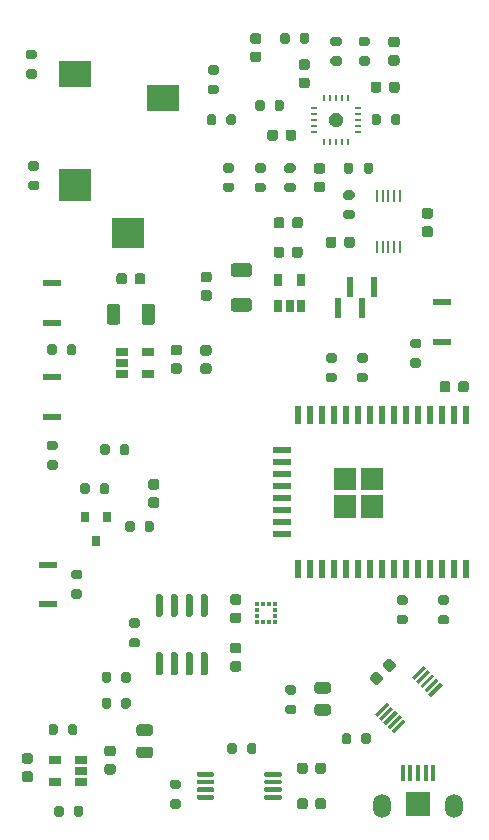
<source format=gtp>
G04 #@! TF.GenerationSoftware,KiCad,Pcbnew,5.1.10-88a1d61d58~88~ubuntu20.04.1*
G04 #@! TF.CreationDate,2021-05-21T15:29:45+02:00*
G04 #@! TF.ProjectId,osw-light-modifiedv3,6f73772d-6c69-4676-9874-2d6d6f646966,rev?*
G04 #@! TF.SameCoordinates,Original*
G04 #@! TF.FileFunction,Paste,Top*
G04 #@! TF.FilePolarity,Positive*
%FSLAX46Y46*%
G04 Gerber Fmt 4.6, Leading zero omitted, Abs format (unit mm)*
G04 Created by KiCad (PCBNEW 5.1.10-88a1d61d58~88~ubuntu20.04.1) date 2021-05-21 15:29:45*
%MOMM*%
%LPD*%
G01*
G04 APERTURE LIST*
%ADD10C,0.100000*%
%ADD11C,0.127000*%
%ADD12R,0.400000X1.350000*%
%ADD13O,1.500000X2.000000*%
%ADD14R,2.000000X2.000000*%
%ADD15R,2.800000X2.800000*%
%ADD16R,2.800000X2.600000*%
%ADD17R,2.800000X2.200000*%
%ADD18R,1.524000X0.500000*%
%ADD19R,0.600000X1.750000*%
%ADD20R,0.800000X0.900000*%
%ADD21R,1.060000X0.650000*%
%ADD22R,0.375000X0.350000*%
%ADD23R,0.350000X0.375000*%
%ADD24R,1.524000X0.600000*%
%ADD25R,0.600000X1.524000*%
%ADD26R,0.250000X1.100000*%
%ADD27R,0.650000X1.060000*%
%ADD28R,0.500000X0.250000*%
%ADD29R,0.250000X0.500000*%
G04 APERTURE END LIST*
D10*
G04 #@! TO.C,U6*
G36*
X145370000Y-77940000D02*
G01*
X145370000Y-76140000D01*
X147170000Y-76140000D01*
X147170000Y-77940000D01*
X145370000Y-77940000D01*
G37*
X145370000Y-77940000D02*
X145370000Y-76140000D01*
X147170000Y-76140000D01*
X147170000Y-77940000D01*
X145370000Y-77940000D01*
G36*
X145370000Y-80240000D02*
G01*
X145370000Y-78440000D01*
X147170000Y-78440000D01*
X147170000Y-80240000D01*
X145370000Y-80240000D01*
G37*
X145370000Y-80240000D02*
X145370000Y-78440000D01*
X147170000Y-78440000D01*
X147170000Y-80240000D01*
X145370000Y-80240000D01*
G36*
X143070000Y-80240000D02*
G01*
X143070000Y-78440000D01*
X144870000Y-78440000D01*
X144870000Y-80240000D01*
X143070000Y-80240000D01*
G37*
X143070000Y-80240000D02*
X143070000Y-78440000D01*
X144870000Y-78440000D01*
X144870000Y-80240000D01*
X143070000Y-80240000D01*
G36*
X143070000Y-77940000D02*
G01*
X143070000Y-76140000D01*
X144870000Y-76140000D01*
X144870000Y-77940000D01*
X143070000Y-77940000D01*
G37*
X143070000Y-77940000D02*
X143070000Y-76140000D01*
X144870000Y-76140000D01*
X144870000Y-77940000D01*
X143070000Y-77940000D01*
D11*
G04 #@! TO.C,U3*
G36*
X143270000Y-46132000D02*
G01*
X143296587Y-46132696D01*
X143323100Y-46134783D01*
X143349469Y-46138254D01*
X143375619Y-46143101D01*
X143401480Y-46149310D01*
X143426981Y-46156863D01*
X143452051Y-46165741D01*
X143476622Y-46175919D01*
X143500627Y-46187369D01*
X143524000Y-46200059D01*
X143546677Y-46213955D01*
X143568595Y-46229019D01*
X143589695Y-46245210D01*
X143609918Y-46262482D01*
X143629210Y-46280790D01*
X143647518Y-46300082D01*
X143664790Y-46320305D01*
X143680981Y-46341405D01*
X143696045Y-46363323D01*
X143709941Y-46386000D01*
X143722631Y-46409373D01*
X143734081Y-46433378D01*
X143744259Y-46457949D01*
X143753137Y-46483019D01*
X143760690Y-46508520D01*
X143766899Y-46534381D01*
X143771746Y-46560531D01*
X143775217Y-46586900D01*
X143777304Y-46613413D01*
X143778000Y-46640000D01*
X143777304Y-46666587D01*
X143775217Y-46693100D01*
X143771746Y-46719469D01*
X143766899Y-46745619D01*
X143760690Y-46771480D01*
X143753137Y-46796981D01*
X143744259Y-46822051D01*
X143734081Y-46846622D01*
X143722631Y-46870627D01*
X143709941Y-46894000D01*
X143696045Y-46916677D01*
X143680981Y-46938595D01*
X143664790Y-46959695D01*
X143647518Y-46979918D01*
X143629210Y-46999210D01*
X143609918Y-47017518D01*
X143589695Y-47034790D01*
X143568595Y-47050981D01*
X143546677Y-47066045D01*
X143524000Y-47079941D01*
X143500627Y-47092631D01*
X143476622Y-47104081D01*
X143452051Y-47114259D01*
X143426981Y-47123137D01*
X143401480Y-47130690D01*
X143375619Y-47136899D01*
X143349469Y-47141746D01*
X143323100Y-47145217D01*
X143296587Y-47147304D01*
X143270000Y-47148000D01*
X143243413Y-47147304D01*
X143216900Y-47145217D01*
X143190531Y-47141746D01*
X143164381Y-47136899D01*
X143138520Y-47130690D01*
X143113019Y-47123137D01*
X143087949Y-47114259D01*
X143063378Y-47104081D01*
X143039373Y-47092631D01*
X143016000Y-47079941D01*
X142993323Y-47066045D01*
X142971405Y-47050981D01*
X142950305Y-47034790D01*
X142930082Y-47017518D01*
X142910790Y-46999210D01*
X142892482Y-46979918D01*
X142875210Y-46959695D01*
X142859019Y-46938595D01*
X142843955Y-46916677D01*
X142830059Y-46894000D01*
X142817369Y-46870627D01*
X142805919Y-46846622D01*
X142795741Y-46822051D01*
X142786863Y-46796981D01*
X142779310Y-46771480D01*
X142773101Y-46745619D01*
X142768254Y-46719469D01*
X142764783Y-46693100D01*
X142762696Y-46666587D01*
X142762000Y-46640000D01*
X142762696Y-46613413D01*
X142764783Y-46586900D01*
X142768254Y-46560531D01*
X142773101Y-46534381D01*
X142779310Y-46508520D01*
X142786863Y-46483019D01*
X142795741Y-46457949D01*
X142805919Y-46433378D01*
X142817369Y-46409373D01*
X142830059Y-46386000D01*
X142843955Y-46363323D01*
X142859019Y-46341405D01*
X142875210Y-46320305D01*
X142892482Y-46300082D01*
X142910790Y-46280790D01*
X142930082Y-46262482D01*
X142950305Y-46245210D01*
X142971405Y-46229019D01*
X142993323Y-46213955D01*
X143016000Y-46200059D01*
X143039373Y-46187369D01*
X143063378Y-46175919D01*
X143087949Y-46165741D01*
X143113019Y-46156863D01*
X143138520Y-46149310D01*
X143164381Y-46143101D01*
X143190531Y-46138254D01*
X143216900Y-46134783D01*
X143243413Y-46132696D01*
X143270000Y-46132000D01*
G37*
X143270000Y-46132000D02*
X143296587Y-46132696D01*
X143323100Y-46134783D01*
X143349469Y-46138254D01*
X143375619Y-46143101D01*
X143401480Y-46149310D01*
X143426981Y-46156863D01*
X143452051Y-46165741D01*
X143476622Y-46175919D01*
X143500627Y-46187369D01*
X143524000Y-46200059D01*
X143546677Y-46213955D01*
X143568595Y-46229019D01*
X143589695Y-46245210D01*
X143609918Y-46262482D01*
X143629210Y-46280790D01*
X143647518Y-46300082D01*
X143664790Y-46320305D01*
X143680981Y-46341405D01*
X143696045Y-46363323D01*
X143709941Y-46386000D01*
X143722631Y-46409373D01*
X143734081Y-46433378D01*
X143744259Y-46457949D01*
X143753137Y-46483019D01*
X143760690Y-46508520D01*
X143766899Y-46534381D01*
X143771746Y-46560531D01*
X143775217Y-46586900D01*
X143777304Y-46613413D01*
X143778000Y-46640000D01*
X143777304Y-46666587D01*
X143775217Y-46693100D01*
X143771746Y-46719469D01*
X143766899Y-46745619D01*
X143760690Y-46771480D01*
X143753137Y-46796981D01*
X143744259Y-46822051D01*
X143734081Y-46846622D01*
X143722631Y-46870627D01*
X143709941Y-46894000D01*
X143696045Y-46916677D01*
X143680981Y-46938595D01*
X143664790Y-46959695D01*
X143647518Y-46979918D01*
X143629210Y-46999210D01*
X143609918Y-47017518D01*
X143589695Y-47034790D01*
X143568595Y-47050981D01*
X143546677Y-47066045D01*
X143524000Y-47079941D01*
X143500627Y-47092631D01*
X143476622Y-47104081D01*
X143452051Y-47114259D01*
X143426981Y-47123137D01*
X143401480Y-47130690D01*
X143375619Y-47136899D01*
X143349469Y-47141746D01*
X143323100Y-47145217D01*
X143296587Y-47147304D01*
X143270000Y-47148000D01*
X143243413Y-47147304D01*
X143216900Y-47145217D01*
X143190531Y-47141746D01*
X143164381Y-47136899D01*
X143138520Y-47130690D01*
X143113019Y-47123137D01*
X143087949Y-47114259D01*
X143063378Y-47104081D01*
X143039373Y-47092631D01*
X143016000Y-47079941D01*
X142993323Y-47066045D01*
X142971405Y-47050981D01*
X142950305Y-47034790D01*
X142930082Y-47017518D01*
X142910790Y-46999210D01*
X142892482Y-46979918D01*
X142875210Y-46959695D01*
X142859019Y-46938595D01*
X142843955Y-46916677D01*
X142830059Y-46894000D01*
X142817369Y-46870627D01*
X142805919Y-46846622D01*
X142795741Y-46822051D01*
X142786863Y-46796981D01*
X142779310Y-46771480D01*
X142773101Y-46745619D01*
X142768254Y-46719469D01*
X142764783Y-46693100D01*
X142762696Y-46666587D01*
X142762000Y-46640000D01*
X142762696Y-46613413D01*
X142764783Y-46586900D01*
X142768254Y-46560531D01*
X142773101Y-46534381D01*
X142779310Y-46508520D01*
X142786863Y-46483019D01*
X142795741Y-46457949D01*
X142805919Y-46433378D01*
X142817369Y-46409373D01*
X142830059Y-46386000D01*
X142843955Y-46363323D01*
X142859019Y-46341405D01*
X142875210Y-46320305D01*
X142892482Y-46300082D01*
X142910790Y-46280790D01*
X142930082Y-46262482D01*
X142950305Y-46245210D01*
X142971405Y-46229019D01*
X142993323Y-46213955D01*
X143016000Y-46200059D01*
X143039373Y-46187369D01*
X143063378Y-46175919D01*
X143087949Y-46165741D01*
X143113019Y-46156863D01*
X143138520Y-46149310D01*
X143164381Y-46143101D01*
X143190531Y-46138254D01*
X143216900Y-46134783D01*
X143243413Y-46132696D01*
X143270000Y-46132000D01*
G04 #@! TD*
G04 #@! TO.C,U5*
G36*
G01*
X131470000Y-102165000D02*
X131470000Y-101965000D01*
G75*
G02*
X131570000Y-101865000I100000J0D01*
G01*
X132845000Y-101865000D01*
G75*
G02*
X132945000Y-101965000I0J-100000D01*
G01*
X132945000Y-102165000D01*
G75*
G02*
X132845000Y-102265000I-100000J0D01*
G01*
X131570000Y-102265000D01*
G75*
G02*
X131470000Y-102165000I0J100000D01*
G01*
G37*
G36*
G01*
X131470000Y-102815000D02*
X131470000Y-102615000D01*
G75*
G02*
X131570000Y-102515000I100000J0D01*
G01*
X132845000Y-102515000D01*
G75*
G02*
X132945000Y-102615000I0J-100000D01*
G01*
X132945000Y-102815000D01*
G75*
G02*
X132845000Y-102915000I-100000J0D01*
G01*
X131570000Y-102915000D01*
G75*
G02*
X131470000Y-102815000I0J100000D01*
G01*
G37*
G36*
G01*
X131470000Y-103465000D02*
X131470000Y-103265000D01*
G75*
G02*
X131570000Y-103165000I100000J0D01*
G01*
X132845000Y-103165000D01*
G75*
G02*
X132945000Y-103265000I0J-100000D01*
G01*
X132945000Y-103465000D01*
G75*
G02*
X132845000Y-103565000I-100000J0D01*
G01*
X131570000Y-103565000D01*
G75*
G02*
X131470000Y-103465000I0J100000D01*
G01*
G37*
G36*
G01*
X131470000Y-104115000D02*
X131470000Y-103915000D01*
G75*
G02*
X131570000Y-103815000I100000J0D01*
G01*
X132845000Y-103815000D01*
G75*
G02*
X132945000Y-103915000I0J-100000D01*
G01*
X132945000Y-104115000D01*
G75*
G02*
X132845000Y-104215000I-100000J0D01*
G01*
X131570000Y-104215000D01*
G75*
G02*
X131470000Y-104115000I0J100000D01*
G01*
G37*
G36*
G01*
X137195000Y-104115000D02*
X137195000Y-103915000D01*
G75*
G02*
X137295000Y-103815000I100000J0D01*
G01*
X138570000Y-103815000D01*
G75*
G02*
X138670000Y-103915000I0J-100000D01*
G01*
X138670000Y-104115000D01*
G75*
G02*
X138570000Y-104215000I-100000J0D01*
G01*
X137295000Y-104215000D01*
G75*
G02*
X137195000Y-104115000I0J100000D01*
G01*
G37*
G36*
G01*
X137195000Y-103465000D02*
X137195000Y-103265000D01*
G75*
G02*
X137295000Y-103165000I100000J0D01*
G01*
X138570000Y-103165000D01*
G75*
G02*
X138670000Y-103265000I0J-100000D01*
G01*
X138670000Y-103465000D01*
G75*
G02*
X138570000Y-103565000I-100000J0D01*
G01*
X137295000Y-103565000D01*
G75*
G02*
X137195000Y-103465000I0J100000D01*
G01*
G37*
G36*
G01*
X137195000Y-102815000D02*
X137195000Y-102615000D01*
G75*
G02*
X137295000Y-102515000I100000J0D01*
G01*
X138570000Y-102515000D01*
G75*
G02*
X138670000Y-102615000I0J-100000D01*
G01*
X138670000Y-102815000D01*
G75*
G02*
X138570000Y-102915000I-100000J0D01*
G01*
X137295000Y-102915000D01*
G75*
G02*
X137195000Y-102815000I0J100000D01*
G01*
G37*
G36*
G01*
X137195000Y-102165000D02*
X137195000Y-101965000D01*
G75*
G02*
X137295000Y-101865000I100000J0D01*
G01*
X138570000Y-101865000D01*
G75*
G02*
X138670000Y-101965000I0J-100000D01*
G01*
X138670000Y-102165000D01*
G75*
G02*
X138570000Y-102265000I-100000J0D01*
G01*
X137295000Y-102265000D01*
G75*
G02*
X137195000Y-102165000I0J100000D01*
G01*
G37*
G04 #@! TD*
G04 #@! TO.C,R34*
G36*
G01*
X139165000Y-96155000D02*
X139715000Y-96155000D01*
G75*
G02*
X139915000Y-96355000I0J-200000D01*
G01*
X139915000Y-96755000D01*
G75*
G02*
X139715000Y-96955000I-200000J0D01*
G01*
X139165000Y-96955000D01*
G75*
G02*
X138965000Y-96755000I0J200000D01*
G01*
X138965000Y-96355000D01*
G75*
G02*
X139165000Y-96155000I200000J0D01*
G01*
G37*
G36*
G01*
X139165000Y-94505000D02*
X139715000Y-94505000D01*
G75*
G02*
X139915000Y-94705000I0J-200000D01*
G01*
X139915000Y-95105000D01*
G75*
G02*
X139715000Y-95305000I-200000J0D01*
G01*
X139165000Y-95305000D01*
G75*
G02*
X138965000Y-95105000I0J200000D01*
G01*
X138965000Y-94705000D01*
G75*
G02*
X139165000Y-94505000I200000J0D01*
G01*
G37*
G04 #@! TD*
G04 #@! TO.C,D2*
G36*
G01*
X142596250Y-95217500D02*
X141683750Y-95217500D01*
G75*
G02*
X141440000Y-94973750I0J243750D01*
G01*
X141440000Y-94486250D01*
G75*
G02*
X141683750Y-94242500I243750J0D01*
G01*
X142596250Y-94242500D01*
G75*
G02*
X142840000Y-94486250I0J-243750D01*
G01*
X142840000Y-94973750D01*
G75*
G02*
X142596250Y-95217500I-243750J0D01*
G01*
G37*
G36*
G01*
X142596250Y-97092500D02*
X141683750Y-97092500D01*
G75*
G02*
X141440000Y-96848750I0J243750D01*
G01*
X141440000Y-96361250D01*
G75*
G02*
X141683750Y-96117500I243750J0D01*
G01*
X142596250Y-96117500D01*
G75*
G02*
X142840000Y-96361250I0J-243750D01*
G01*
X142840000Y-96848750D01*
G75*
G02*
X142596250Y-97092500I-243750J0D01*
G01*
G37*
G04 #@! TD*
G04 #@! TO.C,R32*
G36*
G01*
X144545000Y-98765000D02*
X144545000Y-99315000D01*
G75*
G02*
X144345000Y-99515000I-200000J0D01*
G01*
X143945000Y-99515000D01*
G75*
G02*
X143745000Y-99315000I0J200000D01*
G01*
X143745000Y-98765000D01*
G75*
G02*
X143945000Y-98565000I200000J0D01*
G01*
X144345000Y-98565000D01*
G75*
G02*
X144545000Y-98765000I0J-200000D01*
G01*
G37*
G36*
G01*
X146195000Y-98765000D02*
X146195000Y-99315000D01*
G75*
G02*
X145995000Y-99515000I-200000J0D01*
G01*
X145595000Y-99515000D01*
G75*
G02*
X145395000Y-99315000I0J200000D01*
G01*
X145395000Y-98765000D01*
G75*
G02*
X145595000Y-98565000I200000J0D01*
G01*
X145995000Y-98565000D01*
G75*
G02*
X146195000Y-98765000I0J-200000D01*
G01*
G37*
G04 #@! TD*
D10*
G04 #@! TO.C,U11*
G36*
X152081955Y-94270330D02*
G01*
X152294087Y-94482462D01*
X151304137Y-95472412D01*
X151092005Y-95260280D01*
X152081955Y-94270330D01*
G37*
G36*
X151728401Y-93916776D02*
G01*
X151940533Y-94128908D01*
X150950583Y-95118858D01*
X150738451Y-94906726D01*
X151728401Y-93916776D01*
G37*
G36*
X151374848Y-93563223D02*
G01*
X151586980Y-93775355D01*
X150597030Y-94765305D01*
X150384898Y-94553173D01*
X151374848Y-93563223D01*
G37*
G36*
X151021295Y-93209670D02*
G01*
X151233427Y-93421802D01*
X150243477Y-94411752D01*
X150031345Y-94199620D01*
X151021295Y-93209670D01*
G37*
G36*
X150667741Y-92856116D02*
G01*
X150879873Y-93068248D01*
X149889923Y-94058198D01*
X149677791Y-93846066D01*
X150667741Y-92856116D01*
G37*
G36*
X147556471Y-95967386D02*
G01*
X147768603Y-96179518D01*
X146778653Y-97169468D01*
X146566521Y-96957336D01*
X147556471Y-95967386D01*
G37*
G36*
X147910025Y-96320940D02*
G01*
X148122157Y-96533072D01*
X147132207Y-97523022D01*
X146920075Y-97310890D01*
X147910025Y-96320940D01*
G37*
G36*
X148263578Y-96674493D02*
G01*
X148475710Y-96886625D01*
X147485760Y-97876575D01*
X147273628Y-97664443D01*
X148263578Y-96674493D01*
G37*
G36*
X148617131Y-97028046D02*
G01*
X148829263Y-97240178D01*
X147839313Y-98230128D01*
X147627181Y-98017996D01*
X148617131Y-97028046D01*
G37*
G36*
X148970685Y-97381600D02*
G01*
X149182817Y-97593732D01*
X148192867Y-98583682D01*
X147980735Y-98371550D01*
X148970685Y-97381600D01*
G37*
G04 #@! TD*
D12*
G04 #@! TO.C,U12*
X151520000Y-101925000D03*
X150870000Y-101925000D03*
X150220000Y-101925000D03*
X149570000Y-101925000D03*
X148920000Y-101925000D03*
D13*
X153268000Y-104727000D03*
D14*
X150220000Y-104600000D03*
D13*
X147172000Y-104727000D03*
G04 #@! TD*
G04 #@! TO.C,R33*
G36*
G01*
X127055765Y-81358197D02*
X127055765Y-80808197D01*
G75*
G02*
X127255765Y-80608197I200000J0D01*
G01*
X127655765Y-80608197D01*
G75*
G02*
X127855765Y-80808197I0J-200000D01*
G01*
X127855765Y-81358197D01*
G75*
G02*
X127655765Y-81558197I-200000J0D01*
G01*
X127255765Y-81558197D01*
G75*
G02*
X127055765Y-81358197I0J200000D01*
G01*
G37*
G36*
G01*
X125405765Y-81358197D02*
X125405765Y-80808197D01*
G75*
G02*
X125605765Y-80608197I200000J0D01*
G01*
X126005765Y-80608197D01*
G75*
G02*
X126205765Y-80808197I0J-200000D01*
G01*
X126205765Y-81358197D01*
G75*
G02*
X126005765Y-81558197I-200000J0D01*
G01*
X125605765Y-81558197D01*
G75*
G02*
X125405765Y-81358197I0J200000D01*
G01*
G37*
G04 #@! TD*
G04 #@! TO.C,R25*
G36*
G01*
X120465000Y-66385000D02*
X120465000Y-65835000D01*
G75*
G02*
X120665000Y-65635000I200000J0D01*
G01*
X121065000Y-65635000D01*
G75*
G02*
X121265000Y-65835000I0J-200000D01*
G01*
X121265000Y-66385000D01*
G75*
G02*
X121065000Y-66585000I-200000J0D01*
G01*
X120665000Y-66585000D01*
G75*
G02*
X120465000Y-66385000I0J200000D01*
G01*
G37*
G36*
G01*
X118815000Y-66385000D02*
X118815000Y-65835000D01*
G75*
G02*
X119015000Y-65635000I200000J0D01*
G01*
X119415000Y-65635000D01*
G75*
G02*
X119615000Y-65835000I0J-200000D01*
G01*
X119615000Y-66385000D01*
G75*
G02*
X119415000Y-66585000I-200000J0D01*
G01*
X119015000Y-66585000D01*
G75*
G02*
X118815000Y-66385000I0J200000D01*
G01*
G37*
G04 #@! TD*
G04 #@! TO.C,R5*
G36*
G01*
X132595000Y-43665000D02*
X133145000Y-43665000D01*
G75*
G02*
X133345000Y-43865000I0J-200000D01*
G01*
X133345000Y-44265000D01*
G75*
G02*
X133145000Y-44465000I-200000J0D01*
G01*
X132595000Y-44465000D01*
G75*
G02*
X132395000Y-44265000I0J200000D01*
G01*
X132395000Y-43865000D01*
G75*
G02*
X132595000Y-43665000I200000J0D01*
G01*
G37*
G36*
G01*
X132595000Y-42015000D02*
X133145000Y-42015000D01*
G75*
G02*
X133345000Y-42215000I0J-200000D01*
G01*
X133345000Y-42615000D01*
G75*
G02*
X133145000Y-42815000I-200000J0D01*
G01*
X132595000Y-42815000D01*
G75*
G02*
X132395000Y-42615000I0J200000D01*
G01*
X132395000Y-42215000D01*
G75*
G02*
X132595000Y-42015000I200000J0D01*
G01*
G37*
G04 #@! TD*
D15*
G04 #@! TO.C,J2*
X121180000Y-52190000D03*
D16*
X125630000Y-56190000D03*
D17*
X121180000Y-42790000D03*
X128580000Y-44790000D03*
G04 #@! TD*
G04 #@! TO.C,R17*
G36*
G01*
X140195000Y-40015000D02*
X140195000Y-39465000D01*
G75*
G02*
X140395000Y-39265000I200000J0D01*
G01*
X140795000Y-39265000D01*
G75*
G02*
X140995000Y-39465000I0J-200000D01*
G01*
X140995000Y-40015000D01*
G75*
G02*
X140795000Y-40215000I-200000J0D01*
G01*
X140395000Y-40215000D01*
G75*
G02*
X140195000Y-40015000I0J200000D01*
G01*
G37*
G36*
G01*
X138545000Y-40015000D02*
X138545000Y-39465000D01*
G75*
G02*
X138745000Y-39265000I200000J0D01*
G01*
X139145000Y-39265000D01*
G75*
G02*
X139345000Y-39465000I0J-200000D01*
G01*
X139345000Y-40015000D01*
G75*
G02*
X139145000Y-40215000I-200000J0D01*
G01*
X138745000Y-40215000D01*
G75*
G02*
X138545000Y-40015000I0J200000D01*
G01*
G37*
G04 #@! TD*
G04 #@! TO.C,R18*
G36*
G01*
X143545000Y-40415000D02*
X142995000Y-40415000D01*
G75*
G02*
X142795000Y-40215000I0J200000D01*
G01*
X142795000Y-39815000D01*
G75*
G02*
X142995000Y-39615000I200000J0D01*
G01*
X143545000Y-39615000D01*
G75*
G02*
X143745000Y-39815000I0J-200000D01*
G01*
X143745000Y-40215000D01*
G75*
G02*
X143545000Y-40415000I-200000J0D01*
G01*
G37*
G36*
G01*
X143545000Y-42065000D02*
X142995000Y-42065000D01*
G75*
G02*
X142795000Y-41865000I0J200000D01*
G01*
X142795000Y-41465000D01*
G75*
G02*
X142995000Y-41265000I200000J0D01*
G01*
X143545000Y-41265000D01*
G75*
G02*
X143745000Y-41465000I0J-200000D01*
G01*
X143745000Y-41865000D01*
G75*
G02*
X143545000Y-42065000I-200000J0D01*
G01*
G37*
G04 #@! TD*
G04 #@! TO.C,R4*
G36*
G01*
X117405000Y-51815000D02*
X117955000Y-51815000D01*
G75*
G02*
X118155000Y-52015000I0J-200000D01*
G01*
X118155000Y-52415000D01*
G75*
G02*
X117955000Y-52615000I-200000J0D01*
G01*
X117405000Y-52615000D01*
G75*
G02*
X117205000Y-52415000I0J200000D01*
G01*
X117205000Y-52015000D01*
G75*
G02*
X117405000Y-51815000I200000J0D01*
G01*
G37*
G36*
G01*
X117405000Y-50165000D02*
X117955000Y-50165000D01*
G75*
G02*
X118155000Y-50365000I0J-200000D01*
G01*
X118155000Y-50765000D01*
G75*
G02*
X117955000Y-50965000I-200000J0D01*
G01*
X117405000Y-50965000D01*
G75*
G02*
X117205000Y-50765000I0J200000D01*
G01*
X117205000Y-50365000D01*
G75*
G02*
X117405000Y-50165000I200000J0D01*
G01*
G37*
G04 #@! TD*
G04 #@! TO.C,R22*
G36*
G01*
X124955765Y-74858197D02*
X124955765Y-74308197D01*
G75*
G02*
X125155765Y-74108197I200000J0D01*
G01*
X125555765Y-74108197D01*
G75*
G02*
X125755765Y-74308197I0J-200000D01*
G01*
X125755765Y-74858197D01*
G75*
G02*
X125555765Y-75058197I-200000J0D01*
G01*
X125155765Y-75058197D01*
G75*
G02*
X124955765Y-74858197I0J200000D01*
G01*
G37*
G36*
G01*
X123305765Y-74858197D02*
X123305765Y-74308197D01*
G75*
G02*
X123505765Y-74108197I200000J0D01*
G01*
X123905765Y-74108197D01*
G75*
G02*
X124105765Y-74308197I0J-200000D01*
G01*
X124105765Y-74858197D01*
G75*
G02*
X123905765Y-75058197I-200000J0D01*
G01*
X123505765Y-75058197D01*
G75*
G02*
X123305765Y-74858197I0J200000D01*
G01*
G37*
G04 #@! TD*
D18*
G04 #@! TO.C,SW3*
X152266999Y-62079999D03*
X152266999Y-65429999D03*
G04 #@! TD*
G04 #@! TO.C,U1*
G36*
G01*
X131945000Y-91740000D02*
X132245000Y-91740000D01*
G75*
G02*
X132395000Y-91890000I0J-150000D01*
G01*
X132395000Y-93540000D01*
G75*
G02*
X132245000Y-93690000I-150000J0D01*
G01*
X131945000Y-93690000D01*
G75*
G02*
X131795000Y-93540000I0J150000D01*
G01*
X131795000Y-91890000D01*
G75*
G02*
X131945000Y-91740000I150000J0D01*
G01*
G37*
G36*
G01*
X130675000Y-91740000D02*
X130975000Y-91740000D01*
G75*
G02*
X131125000Y-91890000I0J-150000D01*
G01*
X131125000Y-93540000D01*
G75*
G02*
X130975000Y-93690000I-150000J0D01*
G01*
X130675000Y-93690000D01*
G75*
G02*
X130525000Y-93540000I0J150000D01*
G01*
X130525000Y-91890000D01*
G75*
G02*
X130675000Y-91740000I150000J0D01*
G01*
G37*
G36*
G01*
X129405000Y-91740000D02*
X129705000Y-91740000D01*
G75*
G02*
X129855000Y-91890000I0J-150000D01*
G01*
X129855000Y-93540000D01*
G75*
G02*
X129705000Y-93690000I-150000J0D01*
G01*
X129405000Y-93690000D01*
G75*
G02*
X129255000Y-93540000I0J150000D01*
G01*
X129255000Y-91890000D01*
G75*
G02*
X129405000Y-91740000I150000J0D01*
G01*
G37*
G36*
G01*
X128135000Y-91740000D02*
X128435000Y-91740000D01*
G75*
G02*
X128585000Y-91890000I0J-150000D01*
G01*
X128585000Y-93540000D01*
G75*
G02*
X128435000Y-93690000I-150000J0D01*
G01*
X128135000Y-93690000D01*
G75*
G02*
X127985000Y-93540000I0J150000D01*
G01*
X127985000Y-91890000D01*
G75*
G02*
X128135000Y-91740000I150000J0D01*
G01*
G37*
G36*
G01*
X128135000Y-86790000D02*
X128435000Y-86790000D01*
G75*
G02*
X128585000Y-86940000I0J-150000D01*
G01*
X128585000Y-88590000D01*
G75*
G02*
X128435000Y-88740000I-150000J0D01*
G01*
X128135000Y-88740000D01*
G75*
G02*
X127985000Y-88590000I0J150000D01*
G01*
X127985000Y-86940000D01*
G75*
G02*
X128135000Y-86790000I150000J0D01*
G01*
G37*
G36*
G01*
X129405000Y-86790000D02*
X129705000Y-86790000D01*
G75*
G02*
X129855000Y-86940000I0J-150000D01*
G01*
X129855000Y-88590000D01*
G75*
G02*
X129705000Y-88740000I-150000J0D01*
G01*
X129405000Y-88740000D01*
G75*
G02*
X129255000Y-88590000I0J150000D01*
G01*
X129255000Y-86940000D01*
G75*
G02*
X129405000Y-86790000I150000J0D01*
G01*
G37*
G36*
G01*
X130675000Y-86790000D02*
X130975000Y-86790000D01*
G75*
G02*
X131125000Y-86940000I0J-150000D01*
G01*
X131125000Y-88590000D01*
G75*
G02*
X130975000Y-88740000I-150000J0D01*
G01*
X130675000Y-88740000D01*
G75*
G02*
X130525000Y-88590000I0J150000D01*
G01*
X130525000Y-86940000D01*
G75*
G02*
X130675000Y-86790000I150000J0D01*
G01*
G37*
G36*
G01*
X131945000Y-86790000D02*
X132245000Y-86790000D01*
G75*
G02*
X132395000Y-86940000I0J-150000D01*
G01*
X132395000Y-88590000D01*
G75*
G02*
X132245000Y-88740000I-150000J0D01*
G01*
X131945000Y-88740000D01*
G75*
G02*
X131795000Y-88590000I0J150000D01*
G01*
X131795000Y-86940000D01*
G75*
G02*
X131945000Y-86790000I150000J0D01*
G01*
G37*
G04 #@! TD*
G04 #@! TO.C,R13*
G36*
G01*
X125935000Y-90505000D02*
X126485000Y-90505000D01*
G75*
G02*
X126685000Y-90705000I0J-200000D01*
G01*
X126685000Y-91105000D01*
G75*
G02*
X126485000Y-91305000I-200000J0D01*
G01*
X125935000Y-91305000D01*
G75*
G02*
X125735000Y-91105000I0J200000D01*
G01*
X125735000Y-90705000D01*
G75*
G02*
X125935000Y-90505000I200000J0D01*
G01*
G37*
G36*
G01*
X125935000Y-88855000D02*
X126485000Y-88855000D01*
G75*
G02*
X126685000Y-89055000I0J-200000D01*
G01*
X126685000Y-89455000D01*
G75*
G02*
X126485000Y-89655000I-200000J0D01*
G01*
X125935000Y-89655000D01*
G75*
G02*
X125735000Y-89455000I0J200000D01*
G01*
X125735000Y-89055000D01*
G75*
G02*
X125935000Y-88855000I200000J0D01*
G01*
G37*
G04 #@! TD*
G04 #@! TO.C,R30*
G36*
G01*
X142595000Y-68065000D02*
X143145000Y-68065000D01*
G75*
G02*
X143345000Y-68265000I0J-200000D01*
G01*
X143345000Y-68665000D01*
G75*
G02*
X143145000Y-68865000I-200000J0D01*
G01*
X142595000Y-68865000D01*
G75*
G02*
X142395000Y-68665000I0J200000D01*
G01*
X142395000Y-68265000D01*
G75*
G02*
X142595000Y-68065000I200000J0D01*
G01*
G37*
G36*
G01*
X142595000Y-66415000D02*
X143145000Y-66415000D01*
G75*
G02*
X143345000Y-66615000I0J-200000D01*
G01*
X143345000Y-67015000D01*
G75*
G02*
X143145000Y-67215000I-200000J0D01*
G01*
X142595000Y-67215000D01*
G75*
G02*
X142395000Y-67015000I0J200000D01*
G01*
X142395000Y-66615000D01*
G75*
G02*
X142595000Y-66415000I200000J0D01*
G01*
G37*
G04 #@! TD*
D19*
G04 #@! TO.C,J1*
X146460000Y-60815000D03*
X144460000Y-60815000D03*
X145460000Y-62565000D03*
X143460000Y-62565000D03*
G04 #@! TD*
G04 #@! TO.C,R19*
G36*
G01*
X147925000Y-46905000D02*
X147925000Y-46355000D01*
G75*
G02*
X148125000Y-46155000I200000J0D01*
G01*
X148525000Y-46155000D01*
G75*
G02*
X148725000Y-46355000I0J-200000D01*
G01*
X148725000Y-46905000D01*
G75*
G02*
X148525000Y-47105000I-200000J0D01*
G01*
X148125000Y-47105000D01*
G75*
G02*
X147925000Y-46905000I0J200000D01*
G01*
G37*
G36*
G01*
X146275000Y-46905000D02*
X146275000Y-46355000D01*
G75*
G02*
X146475000Y-46155000I200000J0D01*
G01*
X146875000Y-46155000D01*
G75*
G02*
X147075000Y-46355000I0J-200000D01*
G01*
X147075000Y-46905000D01*
G75*
G02*
X146875000Y-47105000I-200000J0D01*
G01*
X146475000Y-47105000D01*
G75*
G02*
X146275000Y-46905000I0J200000D01*
G01*
G37*
G04 #@! TD*
G04 #@! TO.C,R20*
G36*
G01*
X125075000Y-96305000D02*
X125075000Y-95755000D01*
G75*
G02*
X125275000Y-95555000I200000J0D01*
G01*
X125675000Y-95555000D01*
G75*
G02*
X125875000Y-95755000I0J-200000D01*
G01*
X125875000Y-96305000D01*
G75*
G02*
X125675000Y-96505000I-200000J0D01*
G01*
X125275000Y-96505000D01*
G75*
G02*
X125075000Y-96305000I0J200000D01*
G01*
G37*
G36*
G01*
X123425000Y-96305000D02*
X123425000Y-95755000D01*
G75*
G02*
X123625000Y-95555000I200000J0D01*
G01*
X124025000Y-95555000D01*
G75*
G02*
X124225000Y-95755000I0J-200000D01*
G01*
X124225000Y-96305000D01*
G75*
G02*
X124025000Y-96505000I-200000J0D01*
G01*
X123625000Y-96505000D01*
G75*
G02*
X123425000Y-96305000I0J200000D01*
G01*
G37*
G04 #@! TD*
G04 #@! TO.C,R26*
G36*
G01*
X149145000Y-87715000D02*
X148595000Y-87715000D01*
G75*
G02*
X148395000Y-87515000I0J200000D01*
G01*
X148395000Y-87115000D01*
G75*
G02*
X148595000Y-86915000I200000J0D01*
G01*
X149145000Y-86915000D01*
G75*
G02*
X149345000Y-87115000I0J-200000D01*
G01*
X149345000Y-87515000D01*
G75*
G02*
X149145000Y-87715000I-200000J0D01*
G01*
G37*
G36*
G01*
X149145000Y-89365000D02*
X148595000Y-89365000D01*
G75*
G02*
X148395000Y-89165000I0J200000D01*
G01*
X148395000Y-88765000D01*
G75*
G02*
X148595000Y-88565000I200000J0D01*
G01*
X149145000Y-88565000D01*
G75*
G02*
X149345000Y-88765000I0J-200000D01*
G01*
X149345000Y-89165000D01*
G75*
G02*
X149145000Y-89365000I-200000J0D01*
G01*
G37*
G04 #@! TD*
G04 #@! TO.C,R10*
G36*
G01*
X138065000Y-45715000D02*
X138065000Y-45165000D01*
G75*
G02*
X138265000Y-44965000I200000J0D01*
G01*
X138665000Y-44965000D01*
G75*
G02*
X138865000Y-45165000I0J-200000D01*
G01*
X138865000Y-45715000D01*
G75*
G02*
X138665000Y-45915000I-200000J0D01*
G01*
X138265000Y-45915000D01*
G75*
G02*
X138065000Y-45715000I0J200000D01*
G01*
G37*
G36*
G01*
X136415000Y-45715000D02*
X136415000Y-45165000D01*
G75*
G02*
X136615000Y-44965000I200000J0D01*
G01*
X137015000Y-44965000D01*
G75*
G02*
X137215000Y-45165000I0J-200000D01*
G01*
X137215000Y-45715000D01*
G75*
G02*
X137015000Y-45915000I-200000J0D01*
G01*
X136615000Y-45915000D01*
G75*
G02*
X136415000Y-45715000I0J200000D01*
G01*
G37*
G04 #@! TD*
G04 #@! TO.C,R9*
G36*
G01*
X139095000Y-51975000D02*
X139645000Y-51975000D01*
G75*
G02*
X139845000Y-52175000I0J-200000D01*
G01*
X139845000Y-52575000D01*
G75*
G02*
X139645000Y-52775000I-200000J0D01*
G01*
X139095000Y-52775000D01*
G75*
G02*
X138895000Y-52575000I0J200000D01*
G01*
X138895000Y-52175000D01*
G75*
G02*
X139095000Y-51975000I200000J0D01*
G01*
G37*
G36*
G01*
X139095000Y-50325000D02*
X139645000Y-50325000D01*
G75*
G02*
X139845000Y-50525000I0J-200000D01*
G01*
X139845000Y-50925000D01*
G75*
G02*
X139645000Y-51125000I-200000J0D01*
G01*
X139095000Y-51125000D01*
G75*
G02*
X138895000Y-50925000I0J200000D01*
G01*
X138895000Y-50525000D01*
G75*
G02*
X139095000Y-50325000I200000J0D01*
G01*
G37*
G04 #@! TD*
D20*
G04 #@! TO.C,Q1*
X122930765Y-82283196D03*
X121980765Y-80283196D03*
X123880765Y-80283196D03*
G04 #@! TD*
D21*
G04 #@! TO.C,U2*
X121700000Y-102740000D03*
X121700000Y-101790000D03*
X121700000Y-100840000D03*
X119500000Y-100840000D03*
X119500000Y-102740000D03*
G04 #@! TD*
G04 #@! TO.C,R1*
G36*
G01*
X119725000Y-98005000D02*
X119725000Y-98555000D01*
G75*
G02*
X119525000Y-98755000I-200000J0D01*
G01*
X119125000Y-98755000D01*
G75*
G02*
X118925000Y-98555000I0J200000D01*
G01*
X118925000Y-98005000D01*
G75*
G02*
X119125000Y-97805000I200000J0D01*
G01*
X119525000Y-97805000D01*
G75*
G02*
X119725000Y-98005000I0J-200000D01*
G01*
G37*
G36*
G01*
X121375000Y-98005000D02*
X121375000Y-98555000D01*
G75*
G02*
X121175000Y-98755000I-200000J0D01*
G01*
X120775000Y-98755000D01*
G75*
G02*
X120575000Y-98555000I0J200000D01*
G01*
X120575000Y-98005000D01*
G75*
G02*
X120775000Y-97805000I200000J0D01*
G01*
X121175000Y-97805000D01*
G75*
G02*
X121375000Y-98005000I0J-200000D01*
G01*
G37*
G04 #@! TD*
G04 #@! TO.C,D1*
G36*
G01*
X127526250Y-98810000D02*
X126613750Y-98810000D01*
G75*
G02*
X126370000Y-98566250I0J243750D01*
G01*
X126370000Y-98078750D01*
G75*
G02*
X126613750Y-97835000I243750J0D01*
G01*
X127526250Y-97835000D01*
G75*
G02*
X127770000Y-98078750I0J-243750D01*
G01*
X127770000Y-98566250D01*
G75*
G02*
X127526250Y-98810000I-243750J0D01*
G01*
G37*
G36*
G01*
X127526250Y-100685000D02*
X126613750Y-100685000D01*
G75*
G02*
X126370000Y-100441250I0J243750D01*
G01*
X126370000Y-99953750D01*
G75*
G02*
X126613750Y-99710000I243750J0D01*
G01*
X127526250Y-99710000D01*
G75*
G02*
X127770000Y-99953750I0J-243750D01*
G01*
X127770000Y-100441250D01*
G75*
G02*
X127526250Y-100685000I-243750J0D01*
G01*
G37*
G04 #@! TD*
G04 #@! TO.C,R27*
G36*
G01*
X145225000Y-68065000D02*
X145775000Y-68065000D01*
G75*
G02*
X145975000Y-68265000I0J-200000D01*
G01*
X145975000Y-68665000D01*
G75*
G02*
X145775000Y-68865000I-200000J0D01*
G01*
X145225000Y-68865000D01*
G75*
G02*
X145025000Y-68665000I0J200000D01*
G01*
X145025000Y-68265000D01*
G75*
G02*
X145225000Y-68065000I200000J0D01*
G01*
G37*
G36*
G01*
X145225000Y-66415000D02*
X145775000Y-66415000D01*
G75*
G02*
X145975000Y-66615000I0J-200000D01*
G01*
X145975000Y-67015000D01*
G75*
G02*
X145775000Y-67215000I-200000J0D01*
G01*
X145225000Y-67215000D01*
G75*
G02*
X145025000Y-67015000I0J200000D01*
G01*
X145025000Y-66615000D01*
G75*
G02*
X145225000Y-66415000I200000J0D01*
G01*
G37*
G04 #@! TD*
D22*
G04 #@! TO.C,U4*
X138102500Y-88640000D03*
X138102500Y-88140000D03*
X136577500Y-88640000D03*
X136577500Y-88140000D03*
X138102500Y-87640000D03*
X136577500Y-87640000D03*
X138102500Y-89140000D03*
X136577500Y-89140000D03*
D23*
X137590000Y-87627500D03*
X137090000Y-87627500D03*
X137090000Y-89152500D03*
X137590000Y-89152500D03*
G04 #@! TD*
G04 #@! TO.C,R14*
G36*
G01*
X129945000Y-103315000D02*
X129395000Y-103315000D01*
G75*
G02*
X129195000Y-103115000I0J200000D01*
G01*
X129195000Y-102715000D01*
G75*
G02*
X129395000Y-102515000I200000J0D01*
G01*
X129945000Y-102515000D01*
G75*
G02*
X130145000Y-102715000I0J-200000D01*
G01*
X130145000Y-103115000D01*
G75*
G02*
X129945000Y-103315000I-200000J0D01*
G01*
G37*
G36*
G01*
X129945000Y-104965000D02*
X129395000Y-104965000D01*
G75*
G02*
X129195000Y-104765000I0J200000D01*
G01*
X129195000Y-104365000D01*
G75*
G02*
X129395000Y-104165000I200000J0D01*
G01*
X129945000Y-104165000D01*
G75*
G02*
X130145000Y-104365000I0J-200000D01*
G01*
X130145000Y-104765000D01*
G75*
G02*
X129945000Y-104965000I-200000J0D01*
G01*
G37*
G04 #@! TD*
D18*
G04 #@! TO.C,SW2*
X119210000Y-63845000D03*
X119210000Y-60495000D03*
G04 #@! TD*
G04 #@! TO.C,C20*
G36*
G01*
X132001573Y-67264899D02*
X132501573Y-67264899D01*
G75*
G02*
X132726573Y-67489899I0J-225000D01*
G01*
X132726573Y-67939899D01*
G75*
G02*
X132501573Y-68164899I-225000J0D01*
G01*
X132001573Y-68164899D01*
G75*
G02*
X131776573Y-67939899I0J225000D01*
G01*
X131776573Y-67489899D01*
G75*
G02*
X132001573Y-67264899I225000J0D01*
G01*
G37*
G36*
G01*
X132001573Y-65714899D02*
X132501573Y-65714899D01*
G75*
G02*
X132726573Y-65939899I0J-225000D01*
G01*
X132726573Y-66389899D01*
G75*
G02*
X132501573Y-66614899I-225000J0D01*
G01*
X132001573Y-66614899D01*
G75*
G02*
X131776573Y-66389899I0J225000D01*
G01*
X131776573Y-65939899D01*
G75*
G02*
X132001573Y-65714899I225000J0D01*
G01*
G37*
G04 #@! TD*
G04 #@! TO.C,R24*
G36*
G01*
X118975000Y-75465000D02*
X119525000Y-75465000D01*
G75*
G02*
X119725000Y-75665000I0J-200000D01*
G01*
X119725000Y-76065000D01*
G75*
G02*
X119525000Y-76265000I-200000J0D01*
G01*
X118975000Y-76265000D01*
G75*
G02*
X118775000Y-76065000I0J200000D01*
G01*
X118775000Y-75665000D01*
G75*
G02*
X118975000Y-75465000I200000J0D01*
G01*
G37*
G36*
G01*
X118975000Y-73815000D02*
X119525000Y-73815000D01*
G75*
G02*
X119725000Y-74015000I0J-200000D01*
G01*
X119725000Y-74415000D01*
G75*
G02*
X119525000Y-74615000I-200000J0D01*
G01*
X118975000Y-74615000D01*
G75*
G02*
X118775000Y-74415000I0J200000D01*
G01*
X118775000Y-74015000D01*
G75*
G02*
X118975000Y-73815000I200000J0D01*
G01*
G37*
G04 #@! TD*
G04 #@! TO.C,R11*
G36*
G01*
X133995000Y-46915000D02*
X133995000Y-46365000D01*
G75*
G02*
X134195000Y-46165000I200000J0D01*
G01*
X134595000Y-46165000D01*
G75*
G02*
X134795000Y-46365000I0J-200000D01*
G01*
X134795000Y-46915000D01*
G75*
G02*
X134595000Y-47115000I-200000J0D01*
G01*
X134195000Y-47115000D01*
G75*
G02*
X133995000Y-46915000I0J200000D01*
G01*
G37*
G36*
G01*
X132345000Y-46915000D02*
X132345000Y-46365000D01*
G75*
G02*
X132545000Y-46165000I200000J0D01*
G01*
X132945000Y-46165000D01*
G75*
G02*
X133145000Y-46365000I0J-200000D01*
G01*
X133145000Y-46915000D01*
G75*
G02*
X132945000Y-47115000I-200000J0D01*
G01*
X132545000Y-47115000D01*
G75*
G02*
X132345000Y-46915000I0J200000D01*
G01*
G37*
G04 #@! TD*
G04 #@! TO.C,R15*
G36*
G01*
X134875000Y-99605000D02*
X134875000Y-100155000D01*
G75*
G02*
X134675000Y-100355000I-200000J0D01*
G01*
X134275000Y-100355000D01*
G75*
G02*
X134075000Y-100155000I0J200000D01*
G01*
X134075000Y-99605000D01*
G75*
G02*
X134275000Y-99405000I200000J0D01*
G01*
X134675000Y-99405000D01*
G75*
G02*
X134875000Y-99605000I0J-200000D01*
G01*
G37*
G36*
G01*
X136525000Y-99605000D02*
X136525000Y-100155000D01*
G75*
G02*
X136325000Y-100355000I-200000J0D01*
G01*
X135925000Y-100355000D01*
G75*
G02*
X135725000Y-100155000I0J200000D01*
G01*
X135725000Y-99605000D01*
G75*
G02*
X135925000Y-99405000I200000J0D01*
G01*
X136325000Y-99405000D01*
G75*
G02*
X136525000Y-99605000I0J-200000D01*
G01*
G37*
G04 #@! TD*
G04 #@! TO.C,R21*
G36*
G01*
X124245000Y-93555000D02*
X124245000Y-94105000D01*
G75*
G02*
X124045000Y-94305000I-200000J0D01*
G01*
X123645000Y-94305000D01*
G75*
G02*
X123445000Y-94105000I0J200000D01*
G01*
X123445000Y-93555000D01*
G75*
G02*
X123645000Y-93355000I200000J0D01*
G01*
X124045000Y-93355000D01*
G75*
G02*
X124245000Y-93555000I0J-200000D01*
G01*
G37*
G36*
G01*
X125895000Y-93555000D02*
X125895000Y-94105000D01*
G75*
G02*
X125695000Y-94305000I-200000J0D01*
G01*
X125295000Y-94305000D01*
G75*
G02*
X125095000Y-94105000I0J200000D01*
G01*
X125095000Y-93555000D01*
G75*
G02*
X125295000Y-93355000I200000J0D01*
G01*
X125695000Y-93355000D01*
G75*
G02*
X125895000Y-93555000I0J-200000D01*
G01*
G37*
G04 #@! TD*
G04 #@! TO.C,R8*
G36*
G01*
X145595000Y-51015000D02*
X145595000Y-50465000D01*
G75*
G02*
X145795000Y-50265000I200000J0D01*
G01*
X146195000Y-50265000D01*
G75*
G02*
X146395000Y-50465000I0J-200000D01*
G01*
X146395000Y-51015000D01*
G75*
G02*
X146195000Y-51215000I-200000J0D01*
G01*
X145795000Y-51215000D01*
G75*
G02*
X145595000Y-51015000I0J200000D01*
G01*
G37*
G36*
G01*
X143945000Y-51015000D02*
X143945000Y-50465000D01*
G75*
G02*
X144145000Y-50265000I200000J0D01*
G01*
X144545000Y-50265000D01*
G75*
G02*
X144745000Y-50465000I0J-200000D01*
G01*
X144745000Y-51015000D01*
G75*
G02*
X144545000Y-51215000I-200000J0D01*
G01*
X144145000Y-51215000D01*
G75*
G02*
X143945000Y-51015000I0J200000D01*
G01*
G37*
G04 #@! TD*
G04 #@! TO.C,R23*
G36*
G01*
X123255764Y-78158195D02*
X123255764Y-77608195D01*
G75*
G02*
X123455764Y-77408195I200000J0D01*
G01*
X123855764Y-77408195D01*
G75*
G02*
X124055764Y-77608195I0J-200000D01*
G01*
X124055764Y-78158195D01*
G75*
G02*
X123855764Y-78358195I-200000J0D01*
G01*
X123455764Y-78358195D01*
G75*
G02*
X123255764Y-78158195I0J200000D01*
G01*
G37*
G36*
G01*
X121605764Y-78158195D02*
X121605764Y-77608195D01*
G75*
G02*
X121805764Y-77408195I200000J0D01*
G01*
X122205764Y-77408195D01*
G75*
G02*
X122405764Y-77608195I0J-200000D01*
G01*
X122405764Y-78158195D01*
G75*
G02*
X122205764Y-78358195I-200000J0D01*
G01*
X121805764Y-78358195D01*
G75*
G02*
X121605764Y-78158195I0J200000D01*
G01*
G37*
G04 #@! TD*
G04 #@! TO.C,R6*
G36*
G01*
X133895000Y-51965000D02*
X134445000Y-51965000D01*
G75*
G02*
X134645000Y-52165000I0J-200000D01*
G01*
X134645000Y-52565000D01*
G75*
G02*
X134445000Y-52765000I-200000J0D01*
G01*
X133895000Y-52765000D01*
G75*
G02*
X133695000Y-52565000I0J200000D01*
G01*
X133695000Y-52165000D01*
G75*
G02*
X133895000Y-51965000I200000J0D01*
G01*
G37*
G36*
G01*
X133895000Y-50315000D02*
X134445000Y-50315000D01*
G75*
G02*
X134645000Y-50515000I0J-200000D01*
G01*
X134645000Y-50915000D01*
G75*
G02*
X134445000Y-51115000I-200000J0D01*
G01*
X133895000Y-51115000D01*
G75*
G02*
X133695000Y-50915000I0J200000D01*
G01*
X133695000Y-50515000D01*
G75*
G02*
X133895000Y-50315000I200000J0D01*
G01*
G37*
G04 #@! TD*
G04 #@! TO.C,R29*
G36*
G01*
X152645000Y-87715000D02*
X152095000Y-87715000D01*
G75*
G02*
X151895000Y-87515000I0J200000D01*
G01*
X151895000Y-87115000D01*
G75*
G02*
X152095000Y-86915000I200000J0D01*
G01*
X152645000Y-86915000D01*
G75*
G02*
X152845000Y-87115000I0J-200000D01*
G01*
X152845000Y-87515000D01*
G75*
G02*
X152645000Y-87715000I-200000J0D01*
G01*
G37*
G36*
G01*
X152645000Y-89365000D02*
X152095000Y-89365000D01*
G75*
G02*
X151895000Y-89165000I0J200000D01*
G01*
X151895000Y-88765000D01*
G75*
G02*
X152095000Y-88565000I200000J0D01*
G01*
X152645000Y-88565000D01*
G75*
G02*
X152845000Y-88765000I0J-200000D01*
G01*
X152845000Y-89165000D01*
G75*
G02*
X152645000Y-89365000I-200000J0D01*
G01*
G37*
G04 #@! TD*
G04 #@! TO.C,R31*
G36*
G01*
X121585000Y-85535000D02*
X121035000Y-85535000D01*
G75*
G02*
X120835000Y-85335000I0J200000D01*
G01*
X120835000Y-84935000D01*
G75*
G02*
X121035000Y-84735000I200000J0D01*
G01*
X121585000Y-84735000D01*
G75*
G02*
X121785000Y-84935000I0J-200000D01*
G01*
X121785000Y-85335000D01*
G75*
G02*
X121585000Y-85535000I-200000J0D01*
G01*
G37*
G36*
G01*
X121585000Y-87185000D02*
X121035000Y-87185000D01*
G75*
G02*
X120835000Y-86985000I0J200000D01*
G01*
X120835000Y-86585000D01*
G75*
G02*
X121035000Y-86385000I200000J0D01*
G01*
X121585000Y-86385000D01*
G75*
G02*
X121785000Y-86585000I0J-200000D01*
G01*
X121785000Y-86985000D01*
G75*
G02*
X121585000Y-87185000I-200000J0D01*
G01*
G37*
G04 #@! TD*
G04 #@! TO.C,C26*
G36*
G01*
X147644860Y-93333413D02*
X147291306Y-92979859D01*
G75*
G02*
X147291306Y-92661661I159099J159099D01*
G01*
X147609504Y-92343463D01*
G75*
G02*
X147927702Y-92343463I159099J-159099D01*
G01*
X148281256Y-92697017D01*
G75*
G02*
X148281256Y-93015215I-159099J-159099D01*
G01*
X147963058Y-93333413D01*
G75*
G02*
X147644860Y-93333413I-159099J159099D01*
G01*
G37*
G36*
G01*
X146548844Y-94429429D02*
X146195290Y-94075875D01*
G75*
G02*
X146195290Y-93757677I159099J159099D01*
G01*
X146513488Y-93439479D01*
G75*
G02*
X146831686Y-93439479I159099J-159099D01*
G01*
X147185240Y-93793033D01*
G75*
G02*
X147185240Y-94111231I-159099J-159099D01*
G01*
X146867042Y-94429429D01*
G75*
G02*
X146548844Y-94429429I-159099J159099D01*
G01*
G37*
G04 #@! TD*
G04 #@! TO.C,C24*
G36*
G01*
X128080764Y-77958197D02*
X127580764Y-77958197D01*
G75*
G02*
X127355764Y-77733197I0J225000D01*
G01*
X127355764Y-77283197D01*
G75*
G02*
X127580764Y-77058197I225000J0D01*
G01*
X128080764Y-77058197D01*
G75*
G02*
X128305764Y-77283197I0J-225000D01*
G01*
X128305764Y-77733197D01*
G75*
G02*
X128080764Y-77958197I-225000J0D01*
G01*
G37*
G36*
G01*
X128080764Y-79508197D02*
X127580764Y-79508197D01*
G75*
G02*
X127355764Y-79283197I0J225000D01*
G01*
X127355764Y-78833197D01*
G75*
G02*
X127580764Y-78608197I225000J0D01*
G01*
X128080764Y-78608197D01*
G75*
G02*
X128305764Y-78833197I0J-225000D01*
G01*
X128305764Y-79283197D01*
G75*
G02*
X128080764Y-79508197I-225000J0D01*
G01*
G37*
G04 #@! TD*
G04 #@! TO.C,R2*
G36*
G01*
X117195000Y-42365000D02*
X117745000Y-42365000D01*
G75*
G02*
X117945000Y-42565000I0J-200000D01*
G01*
X117945000Y-42965000D01*
G75*
G02*
X117745000Y-43165000I-200000J0D01*
G01*
X117195000Y-43165000D01*
G75*
G02*
X116995000Y-42965000I0J200000D01*
G01*
X116995000Y-42565000D01*
G75*
G02*
X117195000Y-42365000I200000J0D01*
G01*
G37*
G36*
G01*
X117195000Y-40715000D02*
X117745000Y-40715000D01*
G75*
G02*
X117945000Y-40915000I0J-200000D01*
G01*
X117945000Y-41315000D01*
G75*
G02*
X117745000Y-41515000I-200000J0D01*
G01*
X117195000Y-41515000D01*
G75*
G02*
X116995000Y-41315000I0J200000D01*
G01*
X116995000Y-40915000D01*
G75*
G02*
X117195000Y-40715000I200000J0D01*
G01*
G37*
G04 #@! TD*
G04 #@! TO.C,R28*
G36*
G01*
X150285000Y-65985000D02*
X149735000Y-65985000D01*
G75*
G02*
X149535000Y-65785000I0J200000D01*
G01*
X149535000Y-65385000D01*
G75*
G02*
X149735000Y-65185000I200000J0D01*
G01*
X150285000Y-65185000D01*
G75*
G02*
X150485000Y-65385000I0J-200000D01*
G01*
X150485000Y-65785000D01*
G75*
G02*
X150285000Y-65985000I-200000J0D01*
G01*
G37*
G36*
G01*
X150285000Y-67635000D02*
X149735000Y-67635000D01*
G75*
G02*
X149535000Y-67435000I0J200000D01*
G01*
X149535000Y-67035000D01*
G75*
G02*
X149735000Y-66835000I200000J0D01*
G01*
X150285000Y-66835000D01*
G75*
G02*
X150485000Y-67035000I0J-200000D01*
G01*
X150485000Y-67435000D01*
G75*
G02*
X150285000Y-67635000I-200000J0D01*
G01*
G37*
G04 #@! TD*
G04 #@! TO.C,R16*
G36*
G01*
X145945000Y-40415000D02*
X145395000Y-40415000D01*
G75*
G02*
X145195000Y-40215000I0J200000D01*
G01*
X145195000Y-39815000D01*
G75*
G02*
X145395000Y-39615000I200000J0D01*
G01*
X145945000Y-39615000D01*
G75*
G02*
X146145000Y-39815000I0J-200000D01*
G01*
X146145000Y-40215000D01*
G75*
G02*
X145945000Y-40415000I-200000J0D01*
G01*
G37*
G36*
G01*
X145945000Y-42065000D02*
X145395000Y-42065000D01*
G75*
G02*
X145195000Y-41865000I0J200000D01*
G01*
X145195000Y-41465000D01*
G75*
G02*
X145395000Y-41265000I200000J0D01*
G01*
X145945000Y-41265000D01*
G75*
G02*
X146145000Y-41465000I0J-200000D01*
G01*
X146145000Y-41865000D01*
G75*
G02*
X145945000Y-42065000I-200000J0D01*
G01*
G37*
G04 #@! TD*
G04 #@! TO.C,R3*
G36*
G01*
X136595000Y-51975000D02*
X137145000Y-51975000D01*
G75*
G02*
X137345000Y-52175000I0J-200000D01*
G01*
X137345000Y-52575000D01*
G75*
G02*
X137145000Y-52775000I-200000J0D01*
G01*
X136595000Y-52775000D01*
G75*
G02*
X136395000Y-52575000I0J200000D01*
G01*
X136395000Y-52175000D01*
G75*
G02*
X136595000Y-51975000I200000J0D01*
G01*
G37*
G36*
G01*
X136595000Y-50325000D02*
X137145000Y-50325000D01*
G75*
G02*
X137345000Y-50525000I0J-200000D01*
G01*
X137345000Y-50925000D01*
G75*
G02*
X137145000Y-51125000I-200000J0D01*
G01*
X136595000Y-51125000D01*
G75*
G02*
X136395000Y-50925000I0J200000D01*
G01*
X136395000Y-50525000D01*
G75*
G02*
X136595000Y-50325000I200000J0D01*
G01*
G37*
G04 #@! TD*
G04 #@! TO.C,R12*
G36*
G01*
X121065000Y-105475000D02*
X121065000Y-104925000D01*
G75*
G02*
X121265000Y-104725000I200000J0D01*
G01*
X121665000Y-104725000D01*
G75*
G02*
X121865000Y-104925000I0J-200000D01*
G01*
X121865000Y-105475000D01*
G75*
G02*
X121665000Y-105675000I-200000J0D01*
G01*
X121265000Y-105675000D01*
G75*
G02*
X121065000Y-105475000I0J200000D01*
G01*
G37*
G36*
G01*
X119415000Y-105475000D02*
X119415000Y-104925000D01*
G75*
G02*
X119615000Y-104725000I200000J0D01*
G01*
X120015000Y-104725000D01*
G75*
G02*
X120215000Y-104925000I0J-200000D01*
G01*
X120215000Y-105475000D01*
G75*
G02*
X120015000Y-105675000I-200000J0D01*
G01*
X119615000Y-105675000D01*
G75*
G02*
X119415000Y-105475000I0J200000D01*
G01*
G37*
G04 #@! TD*
G04 #@! TO.C,SW4*
X118843001Y-87650001D03*
X118843001Y-84300001D03*
G04 #@! TD*
G04 #@! TO.C,R7*
G36*
G01*
X144635000Y-53415000D02*
X144085000Y-53415000D01*
G75*
G02*
X143885000Y-53215000I0J200000D01*
G01*
X143885000Y-52815000D01*
G75*
G02*
X144085000Y-52615000I200000J0D01*
G01*
X144635000Y-52615000D01*
G75*
G02*
X144835000Y-52815000I0J-200000D01*
G01*
X144835000Y-53215000D01*
G75*
G02*
X144635000Y-53415000I-200000J0D01*
G01*
G37*
G36*
G01*
X144635000Y-55065000D02*
X144085000Y-55065000D01*
G75*
G02*
X143885000Y-54865000I0J200000D01*
G01*
X143885000Y-54465000D01*
G75*
G02*
X144085000Y-54265000I200000J0D01*
G01*
X144635000Y-54265000D01*
G75*
G02*
X144835000Y-54465000I0J-200000D01*
G01*
X144835000Y-54865000D01*
G75*
G02*
X144635000Y-55065000I-200000J0D01*
G01*
G37*
G04 #@! TD*
D24*
G04 #@! TO.C,U6*
X138670000Y-81696000D03*
X138670000Y-80680000D03*
X138670000Y-79664000D03*
X138670000Y-78648000D03*
X138670000Y-77632000D03*
X138670000Y-76616000D03*
X138670000Y-75600000D03*
X138670000Y-74584000D03*
D25*
X148186000Y-84640000D03*
X154282000Y-84640000D03*
X145138000Y-84640000D03*
X146154000Y-84640000D03*
X153266000Y-84640000D03*
X152250000Y-84640000D03*
X151234000Y-84640000D03*
X150218000Y-84640000D03*
X140058000Y-84640000D03*
X141074000Y-84640000D03*
X147170000Y-84640000D03*
X143106000Y-84640000D03*
X149202000Y-84640000D03*
X144122000Y-84640000D03*
X142090000Y-84640000D03*
X154282000Y-71640000D03*
X153266000Y-71640000D03*
X152250000Y-71640000D03*
X151234000Y-71640000D03*
X150218000Y-71640000D03*
X149202000Y-71640000D03*
X148186000Y-71640000D03*
X147170000Y-71640000D03*
X146170000Y-71640000D03*
X145138000Y-71640000D03*
X144122000Y-71640000D03*
X143106000Y-71640000D03*
X142090000Y-71640000D03*
X141074000Y-71640000D03*
X140058000Y-71640000D03*
G04 #@! TD*
D21*
G04 #@! TO.C,U8*
X127351573Y-66289899D03*
X127351573Y-68189899D03*
X125151573Y-68189899D03*
X125151573Y-67239899D03*
X125151573Y-66289899D03*
G04 #@! TD*
D26*
G04 #@! TO.C,U7*
X148710000Y-57390000D03*
X148210000Y-57390000D03*
X147710000Y-57390000D03*
X147210000Y-57390000D03*
X146710000Y-57390000D03*
X146710000Y-53090000D03*
X147210000Y-53090000D03*
X147710000Y-53090000D03*
X148210000Y-53090000D03*
X148710000Y-53090000D03*
G04 #@! TD*
D27*
G04 #@! TO.C,U9*
X138380000Y-60220000D03*
X140280000Y-60220000D03*
X140280000Y-62420000D03*
X139330000Y-62420000D03*
X138380000Y-62420000D03*
G04 #@! TD*
D18*
G04 #@! TO.C,SW1*
X119250000Y-71805000D03*
X119250000Y-68455000D03*
G04 #@! TD*
G04 #@! TO.C,C23*
G36*
G01*
X139545000Y-55610000D02*
X139545000Y-55110000D01*
G75*
G02*
X139770000Y-54885000I225000J0D01*
G01*
X140220000Y-54885000D01*
G75*
G02*
X140445000Y-55110000I0J-225000D01*
G01*
X140445000Y-55610000D01*
G75*
G02*
X140220000Y-55835000I-225000J0D01*
G01*
X139770000Y-55835000D01*
G75*
G02*
X139545000Y-55610000I0J225000D01*
G01*
G37*
G36*
G01*
X137995000Y-55610000D02*
X137995000Y-55110000D01*
G75*
G02*
X138220000Y-54885000I225000J0D01*
G01*
X138670000Y-54885000D01*
G75*
G02*
X138895000Y-55110000I0J-225000D01*
G01*
X138895000Y-55610000D01*
G75*
G02*
X138670000Y-55835000I-225000J0D01*
G01*
X138220000Y-55835000D01*
G75*
G02*
X137995000Y-55610000I0J225000D01*
G01*
G37*
G04 #@! TD*
G04 #@! TO.C,C22*
G36*
G01*
X129501573Y-67244899D02*
X130001573Y-67244899D01*
G75*
G02*
X130226573Y-67469899I0J-225000D01*
G01*
X130226573Y-67919899D01*
G75*
G02*
X130001573Y-68144899I-225000J0D01*
G01*
X129501573Y-68144899D01*
G75*
G02*
X129276573Y-67919899I0J225000D01*
G01*
X129276573Y-67469899D01*
G75*
G02*
X129501573Y-67244899I225000J0D01*
G01*
G37*
G36*
G01*
X129501573Y-65694899D02*
X130001573Y-65694899D01*
G75*
G02*
X130226573Y-65919899I0J-225000D01*
G01*
X130226573Y-66369899D01*
G75*
G02*
X130001573Y-66594899I-225000J0D01*
G01*
X129501573Y-66594899D01*
G75*
G02*
X129276573Y-66369899I0J225000D01*
G01*
X129276573Y-65919899D01*
G75*
G02*
X129501573Y-65694899I225000J0D01*
G01*
G37*
G04 #@! TD*
G04 #@! TO.C,C21*
G36*
G01*
X139530000Y-58100000D02*
X139530000Y-57600000D01*
G75*
G02*
X139755000Y-57375000I225000J0D01*
G01*
X140205000Y-57375000D01*
G75*
G02*
X140430000Y-57600000I0J-225000D01*
G01*
X140430000Y-58100000D01*
G75*
G02*
X140205000Y-58325000I-225000J0D01*
G01*
X139755000Y-58325000D01*
G75*
G02*
X139530000Y-58100000I0J225000D01*
G01*
G37*
G36*
G01*
X137980000Y-58100000D02*
X137980000Y-57600000D01*
G75*
G02*
X138205000Y-57375000I225000J0D01*
G01*
X138655000Y-57375000D01*
G75*
G02*
X138880000Y-57600000I0J-225000D01*
G01*
X138880000Y-58100000D01*
G75*
G02*
X138655000Y-58325000I-225000J0D01*
G01*
X138205000Y-58325000D01*
G75*
G02*
X137980000Y-58100000I0J225000D01*
G01*
G37*
G04 #@! TD*
G04 #@! TO.C,C19*
G36*
G01*
X150760000Y-55665000D02*
X151260000Y-55665000D01*
G75*
G02*
X151485000Y-55890000I0J-225000D01*
G01*
X151485000Y-56340000D01*
G75*
G02*
X151260000Y-56565000I-225000J0D01*
G01*
X150760000Y-56565000D01*
G75*
G02*
X150535000Y-56340000I0J225000D01*
G01*
X150535000Y-55890000D01*
G75*
G02*
X150760000Y-55665000I225000J0D01*
G01*
G37*
G36*
G01*
X150760000Y-54115000D02*
X151260000Y-54115000D01*
G75*
G02*
X151485000Y-54340000I0J-225000D01*
G01*
X151485000Y-54790000D01*
G75*
G02*
X151260000Y-55015000I-225000J0D01*
G01*
X150760000Y-55015000D01*
G75*
G02*
X150535000Y-54790000I0J225000D01*
G01*
X150535000Y-54340000D01*
G75*
G02*
X150760000Y-54115000I225000J0D01*
G01*
G37*
G04 #@! TD*
G04 #@! TO.C,C18*
G36*
G01*
X132520000Y-60415000D02*
X132020000Y-60415000D01*
G75*
G02*
X131795000Y-60190000I0J225000D01*
G01*
X131795000Y-59740000D01*
G75*
G02*
X132020000Y-59515000I225000J0D01*
G01*
X132520000Y-59515000D01*
G75*
G02*
X132745000Y-59740000I0J-225000D01*
G01*
X132745000Y-60190000D01*
G75*
G02*
X132520000Y-60415000I-225000J0D01*
G01*
G37*
G36*
G01*
X132520000Y-61965000D02*
X132020000Y-61965000D01*
G75*
G02*
X131795000Y-61740000I0J225000D01*
G01*
X131795000Y-61290000D01*
G75*
G02*
X132020000Y-61065000I225000J0D01*
G01*
X132520000Y-61065000D01*
G75*
G02*
X132745000Y-61290000I0J-225000D01*
G01*
X132745000Y-61740000D01*
G75*
G02*
X132520000Y-61965000I-225000J0D01*
G01*
G37*
G04 #@! TD*
G04 #@! TO.C,C17*
G36*
G01*
X125576573Y-59859899D02*
X125576573Y-60359899D01*
G75*
G02*
X125351573Y-60584899I-225000J0D01*
G01*
X124901573Y-60584899D01*
G75*
G02*
X124676573Y-60359899I0J225000D01*
G01*
X124676573Y-59859899D01*
G75*
G02*
X124901573Y-59634899I225000J0D01*
G01*
X125351573Y-59634899D01*
G75*
G02*
X125576573Y-59859899I0J-225000D01*
G01*
G37*
G36*
G01*
X127126573Y-59859899D02*
X127126573Y-60359899D01*
G75*
G02*
X126901573Y-60584899I-225000J0D01*
G01*
X126451573Y-60584899D01*
G75*
G02*
X126226573Y-60359899I0J225000D01*
G01*
X126226573Y-59859899D01*
G75*
G02*
X126451573Y-59634899I225000J0D01*
G01*
X126901573Y-59634899D01*
G75*
G02*
X127126573Y-59859899I0J-225000D01*
G01*
G37*
G04 #@! TD*
G04 #@! TO.C,C16*
G36*
G01*
X135900001Y-59940000D02*
X134599999Y-59940000D01*
G75*
G02*
X134350000Y-59690001I0J249999D01*
G01*
X134350000Y-59039999D01*
G75*
G02*
X134599999Y-58790000I249999J0D01*
G01*
X135900001Y-58790000D01*
G75*
G02*
X136150000Y-59039999I0J-249999D01*
G01*
X136150000Y-59690001D01*
G75*
G02*
X135900001Y-59940000I-249999J0D01*
G01*
G37*
G36*
G01*
X135900001Y-62890000D02*
X134599999Y-62890000D01*
G75*
G02*
X134350000Y-62640001I0J249999D01*
G01*
X134350000Y-61989999D01*
G75*
G02*
X134599999Y-61740000I249999J0D01*
G01*
X135900001Y-61740000D01*
G75*
G02*
X136150000Y-61989999I0J-249999D01*
G01*
X136150000Y-62640001D01*
G75*
G02*
X135900001Y-62890000I-249999J0D01*
G01*
G37*
G04 #@! TD*
G04 #@! TO.C,C15*
G36*
G01*
X125001573Y-62459898D02*
X125001573Y-63759900D01*
G75*
G02*
X124751574Y-64009899I-249999J0D01*
G01*
X124101572Y-64009899D01*
G75*
G02*
X123851573Y-63759900I0J249999D01*
G01*
X123851573Y-62459898D01*
G75*
G02*
X124101572Y-62209899I249999J0D01*
G01*
X124751574Y-62209899D01*
G75*
G02*
X125001573Y-62459898I0J-249999D01*
G01*
G37*
G36*
G01*
X127951573Y-62459898D02*
X127951573Y-63759900D01*
G75*
G02*
X127701574Y-64009899I-249999J0D01*
G01*
X127051572Y-64009899D01*
G75*
G02*
X126801573Y-63759900I0J249999D01*
G01*
X126801573Y-62459898D01*
G75*
G02*
X127051572Y-62209899I249999J0D01*
G01*
X127701574Y-62209899D01*
G75*
G02*
X127951573Y-62459898I0J-249999D01*
G01*
G37*
G04 #@! TD*
G04 #@! TO.C,C14*
G36*
G01*
X141515000Y-101800000D02*
X141515000Y-101300000D01*
G75*
G02*
X141740000Y-101075000I225000J0D01*
G01*
X142190000Y-101075000D01*
G75*
G02*
X142415000Y-101300000I0J-225000D01*
G01*
X142415000Y-101800000D01*
G75*
G02*
X142190000Y-102025000I-225000J0D01*
G01*
X141740000Y-102025000D01*
G75*
G02*
X141515000Y-101800000I0J225000D01*
G01*
G37*
G36*
G01*
X139965000Y-101800000D02*
X139965000Y-101300000D01*
G75*
G02*
X140190000Y-101075000I225000J0D01*
G01*
X140640000Y-101075000D01*
G75*
G02*
X140865000Y-101300000I0J-225000D01*
G01*
X140865000Y-101800000D01*
G75*
G02*
X140640000Y-102025000I-225000J0D01*
G01*
X140190000Y-102025000D01*
G75*
G02*
X139965000Y-101800000I0J225000D01*
G01*
G37*
G04 #@! TD*
G04 #@! TO.C,C13*
G36*
G01*
X148420000Y-40515000D02*
X147920000Y-40515000D01*
G75*
G02*
X147695000Y-40290000I0J225000D01*
G01*
X147695000Y-39840000D01*
G75*
G02*
X147920000Y-39615000I225000J0D01*
G01*
X148420000Y-39615000D01*
G75*
G02*
X148645000Y-39840000I0J-225000D01*
G01*
X148645000Y-40290000D01*
G75*
G02*
X148420000Y-40515000I-225000J0D01*
G01*
G37*
G36*
G01*
X148420000Y-42065000D02*
X147920000Y-42065000D01*
G75*
G02*
X147695000Y-41840000I0J225000D01*
G01*
X147695000Y-41390000D01*
G75*
G02*
X147920000Y-41165000I225000J0D01*
G01*
X148420000Y-41165000D01*
G75*
G02*
X148645000Y-41390000I0J-225000D01*
G01*
X148645000Y-41840000D01*
G75*
G02*
X148420000Y-42065000I-225000J0D01*
G01*
G37*
G04 #@! TD*
G04 #@! TO.C,C12*
G36*
G01*
X141515000Y-104800000D02*
X141515000Y-104300000D01*
G75*
G02*
X141740000Y-104075000I225000J0D01*
G01*
X142190000Y-104075000D01*
G75*
G02*
X142415000Y-104300000I0J-225000D01*
G01*
X142415000Y-104800000D01*
G75*
G02*
X142190000Y-105025000I-225000J0D01*
G01*
X141740000Y-105025000D01*
G75*
G02*
X141515000Y-104800000I0J225000D01*
G01*
G37*
G36*
G01*
X139965000Y-104800000D02*
X139965000Y-104300000D01*
G75*
G02*
X140190000Y-104075000I225000J0D01*
G01*
X140640000Y-104075000D01*
G75*
G02*
X140865000Y-104300000I0J-225000D01*
G01*
X140865000Y-104800000D01*
G75*
G02*
X140640000Y-105025000I-225000J0D01*
G01*
X140190000Y-105025000D01*
G75*
G02*
X139965000Y-104800000I0J225000D01*
G01*
G37*
G04 #@! TD*
G04 #@! TO.C,C11*
G36*
G01*
X134520000Y-88365000D02*
X135020000Y-88365000D01*
G75*
G02*
X135245000Y-88590000I0J-225000D01*
G01*
X135245000Y-89040000D01*
G75*
G02*
X135020000Y-89265000I-225000J0D01*
G01*
X134520000Y-89265000D01*
G75*
G02*
X134295000Y-89040000I0J225000D01*
G01*
X134295000Y-88590000D01*
G75*
G02*
X134520000Y-88365000I225000J0D01*
G01*
G37*
G36*
G01*
X134520000Y-86815000D02*
X135020000Y-86815000D01*
G75*
G02*
X135245000Y-87040000I0J-225000D01*
G01*
X135245000Y-87490000D01*
G75*
G02*
X135020000Y-87715000I-225000J0D01*
G01*
X134520000Y-87715000D01*
G75*
G02*
X134295000Y-87490000I0J225000D01*
G01*
X134295000Y-87040000D01*
G75*
G02*
X134520000Y-86815000I225000J0D01*
G01*
G37*
G04 #@! TD*
G04 #@! TO.C,C10*
G36*
G01*
X147105000Y-43630000D02*
X147105000Y-44130000D01*
G75*
G02*
X146880000Y-44355000I-225000J0D01*
G01*
X146430000Y-44355000D01*
G75*
G02*
X146205000Y-44130000I0J225000D01*
G01*
X146205000Y-43630000D01*
G75*
G02*
X146430000Y-43405000I225000J0D01*
G01*
X146880000Y-43405000D01*
G75*
G02*
X147105000Y-43630000I0J-225000D01*
G01*
G37*
G36*
G01*
X148655000Y-43630000D02*
X148655000Y-44130000D01*
G75*
G02*
X148430000Y-44355000I-225000J0D01*
G01*
X147980000Y-44355000D01*
G75*
G02*
X147755000Y-44130000I0J225000D01*
G01*
X147755000Y-43630000D01*
G75*
G02*
X147980000Y-43405000I225000J0D01*
G01*
X148430000Y-43405000D01*
G75*
G02*
X148655000Y-43630000I0J-225000D01*
G01*
G37*
G04 #@! TD*
G04 #@! TO.C,C9*
G36*
G01*
X153595000Y-69490000D02*
X153595000Y-68990000D01*
G75*
G02*
X153820000Y-68765000I225000J0D01*
G01*
X154270000Y-68765000D01*
G75*
G02*
X154495000Y-68990000I0J-225000D01*
G01*
X154495000Y-69490000D01*
G75*
G02*
X154270000Y-69715000I-225000J0D01*
G01*
X153820000Y-69715000D01*
G75*
G02*
X153595000Y-69490000I0J225000D01*
G01*
G37*
G36*
G01*
X152045000Y-69490000D02*
X152045000Y-68990000D01*
G75*
G02*
X152270000Y-68765000I225000J0D01*
G01*
X152720000Y-68765000D01*
G75*
G02*
X152945000Y-68990000I0J-225000D01*
G01*
X152945000Y-69490000D01*
G75*
G02*
X152720000Y-69715000I-225000J0D01*
G01*
X152270000Y-69715000D01*
G75*
G02*
X152045000Y-69490000I0J225000D01*
G01*
G37*
G04 #@! TD*
G04 #@! TO.C,C8*
G36*
G01*
X140320000Y-43065000D02*
X140820000Y-43065000D01*
G75*
G02*
X141045000Y-43290000I0J-225000D01*
G01*
X141045000Y-43740000D01*
G75*
G02*
X140820000Y-43965000I-225000J0D01*
G01*
X140320000Y-43965000D01*
G75*
G02*
X140095000Y-43740000I0J225000D01*
G01*
X140095000Y-43290000D01*
G75*
G02*
X140320000Y-43065000I225000J0D01*
G01*
G37*
G36*
G01*
X140320000Y-41515000D02*
X140820000Y-41515000D01*
G75*
G02*
X141045000Y-41740000I0J-225000D01*
G01*
X141045000Y-42190000D01*
G75*
G02*
X140820000Y-42415000I-225000J0D01*
G01*
X140320000Y-42415000D01*
G75*
G02*
X140095000Y-42190000I0J225000D01*
G01*
X140095000Y-41740000D01*
G75*
G02*
X140320000Y-41515000I225000J0D01*
G01*
G37*
G04 #@! TD*
G04 #@! TO.C,C7*
G36*
G01*
X123890000Y-101185000D02*
X124390000Y-101185000D01*
G75*
G02*
X124615000Y-101410000I0J-225000D01*
G01*
X124615000Y-101860000D01*
G75*
G02*
X124390000Y-102085000I-225000J0D01*
G01*
X123890000Y-102085000D01*
G75*
G02*
X123665000Y-101860000I0J225000D01*
G01*
X123665000Y-101410000D01*
G75*
G02*
X123890000Y-101185000I225000J0D01*
G01*
G37*
G36*
G01*
X123890000Y-99635000D02*
X124390000Y-99635000D01*
G75*
G02*
X124615000Y-99860000I0J-225000D01*
G01*
X124615000Y-100310000D01*
G75*
G02*
X124390000Y-100535000I-225000J0D01*
G01*
X123890000Y-100535000D01*
G75*
G02*
X123665000Y-100310000I0J225000D01*
G01*
X123665000Y-99860000D01*
G75*
G02*
X123890000Y-99635000I225000J0D01*
G01*
G37*
G04 #@! TD*
G04 #@! TO.C,C6*
G36*
G01*
X134520000Y-92465000D02*
X135020000Y-92465000D01*
G75*
G02*
X135245000Y-92690000I0J-225000D01*
G01*
X135245000Y-93140000D01*
G75*
G02*
X135020000Y-93365000I-225000J0D01*
G01*
X134520000Y-93365000D01*
G75*
G02*
X134295000Y-93140000I0J225000D01*
G01*
X134295000Y-92690000D01*
G75*
G02*
X134520000Y-92465000I225000J0D01*
G01*
G37*
G36*
G01*
X134520000Y-90915000D02*
X135020000Y-90915000D01*
G75*
G02*
X135245000Y-91140000I0J-225000D01*
G01*
X135245000Y-91590000D01*
G75*
G02*
X135020000Y-91815000I-225000J0D01*
G01*
X134520000Y-91815000D01*
G75*
G02*
X134295000Y-91590000I0J225000D01*
G01*
X134295000Y-91140000D01*
G75*
G02*
X134520000Y-90915000I225000J0D01*
G01*
G37*
G04 #@! TD*
G04 #@! TO.C,C5*
G36*
G01*
X141620000Y-51875000D02*
X142120000Y-51875000D01*
G75*
G02*
X142345000Y-52100000I0J-225000D01*
G01*
X142345000Y-52550000D01*
G75*
G02*
X142120000Y-52775000I-225000J0D01*
G01*
X141620000Y-52775000D01*
G75*
G02*
X141395000Y-52550000I0J225000D01*
G01*
X141395000Y-52100000D01*
G75*
G02*
X141620000Y-51875000I225000J0D01*
G01*
G37*
G36*
G01*
X141620000Y-50325000D02*
X142120000Y-50325000D01*
G75*
G02*
X142345000Y-50550000I0J-225000D01*
G01*
X142345000Y-51000000D01*
G75*
G02*
X142120000Y-51225000I-225000J0D01*
G01*
X141620000Y-51225000D01*
G75*
G02*
X141395000Y-51000000I0J225000D01*
G01*
X141395000Y-50550000D01*
G75*
G02*
X141620000Y-50325000I225000J0D01*
G01*
G37*
G04 #@! TD*
G04 #@! TO.C,C4*
G36*
G01*
X138345000Y-47690000D02*
X138345000Y-48190000D01*
G75*
G02*
X138120000Y-48415000I-225000J0D01*
G01*
X137670000Y-48415000D01*
G75*
G02*
X137445000Y-48190000I0J225000D01*
G01*
X137445000Y-47690000D01*
G75*
G02*
X137670000Y-47465000I225000J0D01*
G01*
X138120000Y-47465000D01*
G75*
G02*
X138345000Y-47690000I0J-225000D01*
G01*
G37*
G36*
G01*
X139895000Y-47690000D02*
X139895000Y-48190000D01*
G75*
G02*
X139670000Y-48415000I-225000J0D01*
G01*
X139220000Y-48415000D01*
G75*
G02*
X138995000Y-48190000I0J225000D01*
G01*
X138995000Y-47690000D01*
G75*
G02*
X139220000Y-47465000I225000J0D01*
G01*
X139670000Y-47465000D01*
G75*
G02*
X139895000Y-47690000I0J-225000D01*
G01*
G37*
G04 #@! TD*
G04 #@! TO.C,C3*
G36*
G01*
X117390000Y-101165000D02*
X116890000Y-101165000D01*
G75*
G02*
X116665000Y-100940000I0J225000D01*
G01*
X116665000Y-100490000D01*
G75*
G02*
X116890000Y-100265000I225000J0D01*
G01*
X117390000Y-100265000D01*
G75*
G02*
X117615000Y-100490000I0J-225000D01*
G01*
X117615000Y-100940000D01*
G75*
G02*
X117390000Y-101165000I-225000J0D01*
G01*
G37*
G36*
G01*
X117390000Y-102715000D02*
X116890000Y-102715000D01*
G75*
G02*
X116665000Y-102490000I0J225000D01*
G01*
X116665000Y-102040000D01*
G75*
G02*
X116890000Y-101815000I225000J0D01*
G01*
X117390000Y-101815000D01*
G75*
G02*
X117615000Y-102040000I0J-225000D01*
G01*
X117615000Y-102490000D01*
G75*
G02*
X117390000Y-102715000I-225000J0D01*
G01*
G37*
G04 #@! TD*
G04 #@! TO.C,C2*
G36*
G01*
X136720000Y-40215000D02*
X136220000Y-40215000D01*
G75*
G02*
X135995000Y-39990000I0J225000D01*
G01*
X135995000Y-39540000D01*
G75*
G02*
X136220000Y-39315000I225000J0D01*
G01*
X136720000Y-39315000D01*
G75*
G02*
X136945000Y-39540000I0J-225000D01*
G01*
X136945000Y-39990000D01*
G75*
G02*
X136720000Y-40215000I-225000J0D01*
G01*
G37*
G36*
G01*
X136720000Y-41765000D02*
X136220000Y-41765000D01*
G75*
G02*
X135995000Y-41540000I0J225000D01*
G01*
X135995000Y-41090000D01*
G75*
G02*
X136220000Y-40865000I225000J0D01*
G01*
X136720000Y-40865000D01*
G75*
G02*
X136945000Y-41090000I0J-225000D01*
G01*
X136945000Y-41540000D01*
G75*
G02*
X136720000Y-41765000I-225000J0D01*
G01*
G37*
G04 #@! TD*
G04 #@! TO.C,C1*
G36*
G01*
X143955000Y-57270000D02*
X143955000Y-56770000D01*
G75*
G02*
X144180000Y-56545000I225000J0D01*
G01*
X144630000Y-56545000D01*
G75*
G02*
X144855000Y-56770000I0J-225000D01*
G01*
X144855000Y-57270000D01*
G75*
G02*
X144630000Y-57495000I-225000J0D01*
G01*
X144180000Y-57495000D01*
G75*
G02*
X143955000Y-57270000I0J225000D01*
G01*
G37*
G36*
G01*
X142405000Y-57270000D02*
X142405000Y-56770000D01*
G75*
G02*
X142630000Y-56545000I225000J0D01*
G01*
X143080000Y-56545000D01*
G75*
G02*
X143305000Y-56770000I0J-225000D01*
G01*
X143305000Y-57270000D01*
G75*
G02*
X143080000Y-57495000I-225000J0D01*
G01*
X142630000Y-57495000D01*
G75*
G02*
X142405000Y-57270000I0J225000D01*
G01*
G37*
G04 #@! TD*
D28*
G04 #@! TO.C,U3*
X141420000Y-45640000D03*
X141420000Y-46140000D03*
X141420000Y-46640000D03*
X141420000Y-47140000D03*
X141420000Y-47640000D03*
D29*
X142270000Y-48490000D03*
X142770000Y-48490000D03*
X143270000Y-48490000D03*
X143770000Y-48490000D03*
X144270000Y-48490000D03*
D28*
X145120000Y-47640000D03*
X145120000Y-47140000D03*
X145120000Y-46640000D03*
X145120000Y-46140000D03*
X145120000Y-45640000D03*
D29*
X144270000Y-44790000D03*
X143770000Y-44790000D03*
X143270000Y-44790000D03*
X142770000Y-44790000D03*
X142270000Y-44790000D03*
G04 #@! TD*
M02*

</source>
